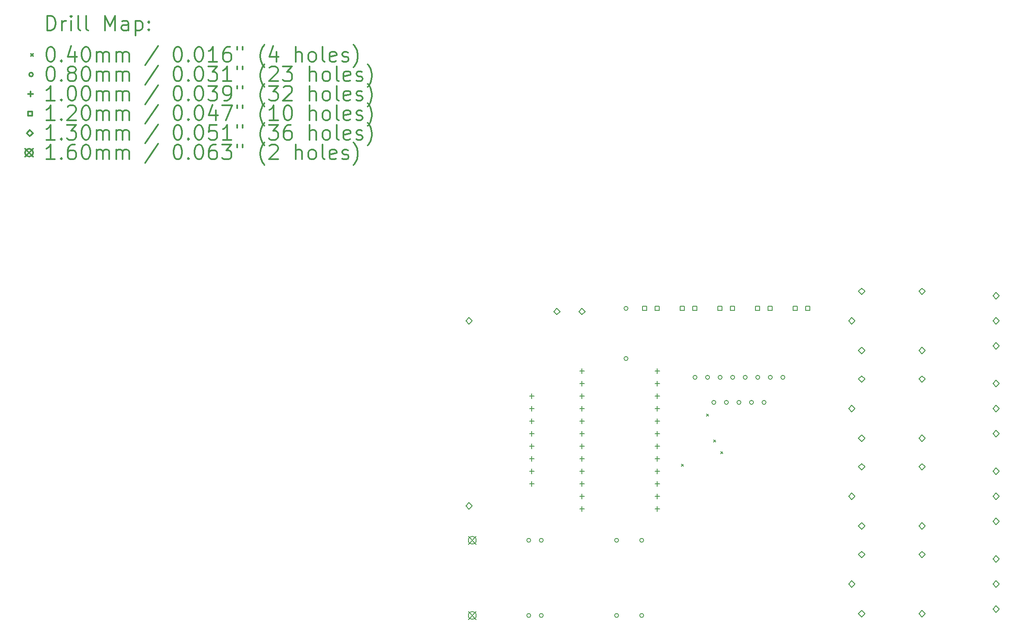
<source format=gbr>
%FSLAX45Y45*%
G04 Gerber Fmt 4.5, Leading zero omitted, Abs format (unit mm)*
G04 Created by KiCad (PCBNEW 5.1.4+dfsg1-1) date 2019-12-07 14:51:20*
%MOMM*%
%LPD*%
G04 APERTURE LIST*
%ADD10C,0.200000*%
%ADD11C,0.300000*%
G04 APERTURE END LIST*
D10*
X13124500Y-9251000D02*
X13164500Y-9291000D01*
X13164500Y-9251000D02*
X13124500Y-9291000D01*
X13632500Y-8235000D02*
X13672500Y-8275000D01*
X13672500Y-8235000D02*
X13632500Y-8275000D01*
X13778805Y-8762305D02*
X13818805Y-8802305D01*
X13818805Y-8762305D02*
X13778805Y-8802305D01*
X13921000Y-8997000D02*
X13961000Y-9037000D01*
X13961000Y-8997000D02*
X13921000Y-9037000D01*
X10073000Y-10795000D02*
G75*
G03X10073000Y-10795000I-40000J0D01*
G01*
X10073000Y-12319000D02*
G75*
G03X10073000Y-12319000I-40000J0D01*
G01*
X10327000Y-10795000D02*
G75*
G03X10327000Y-10795000I-40000J0D01*
G01*
X10327000Y-12319000D02*
G75*
G03X10327000Y-12319000I-40000J0D01*
G01*
X11851000Y-10795000D02*
G75*
G03X11851000Y-10795000I-40000J0D01*
G01*
X11851000Y-12319000D02*
G75*
G03X11851000Y-12319000I-40000J0D01*
G01*
X12359000Y-10795000D02*
G75*
G03X12359000Y-10795000I-40000J0D01*
G01*
X12359000Y-12319000D02*
G75*
G03X12359000Y-12319000I-40000J0D01*
G01*
X13438500Y-7493000D02*
G75*
G03X13438500Y-7493000I-40000J0D01*
G01*
X13692500Y-7493000D02*
G75*
G03X13692500Y-7493000I-40000J0D01*
G01*
X13946500Y-7493000D02*
G75*
G03X13946500Y-7493000I-40000J0D01*
G01*
X14200500Y-7493000D02*
G75*
G03X14200500Y-7493000I-40000J0D01*
G01*
X14454500Y-7493000D02*
G75*
G03X14454500Y-7493000I-40000J0D01*
G01*
X14708500Y-7493000D02*
G75*
G03X14708500Y-7493000I-40000J0D01*
G01*
X14962500Y-7493000D02*
G75*
G03X14962500Y-7493000I-40000J0D01*
G01*
X15216500Y-7493000D02*
G75*
G03X15216500Y-7493000I-40000J0D01*
G01*
X13819500Y-8001000D02*
G75*
G03X13819500Y-8001000I-40000J0D01*
G01*
X14073500Y-8001000D02*
G75*
G03X14073500Y-8001000I-40000J0D01*
G01*
X14327500Y-8001000D02*
G75*
G03X14327500Y-8001000I-40000J0D01*
G01*
X14581500Y-8001000D02*
G75*
G03X14581500Y-8001000I-40000J0D01*
G01*
X14835500Y-8001000D02*
G75*
G03X14835500Y-8001000I-40000J0D01*
G01*
X12041500Y-6096000D02*
G75*
G03X12041500Y-6096000I-40000J0D01*
G01*
X12041500Y-7112000D02*
G75*
G03X12041500Y-7112000I-40000J0D01*
G01*
X11112500Y-7316000D02*
X11112500Y-7416000D01*
X11062500Y-7366000D02*
X11162500Y-7366000D01*
X11112500Y-7570000D02*
X11112500Y-7670000D01*
X11062500Y-7620000D02*
X11162500Y-7620000D01*
X11112500Y-7824000D02*
X11112500Y-7924000D01*
X11062500Y-7874000D02*
X11162500Y-7874000D01*
X11112500Y-8078000D02*
X11112500Y-8178000D01*
X11062500Y-8128000D02*
X11162500Y-8128000D01*
X11112500Y-8332000D02*
X11112500Y-8432000D01*
X11062500Y-8382000D02*
X11162500Y-8382000D01*
X11112500Y-8586000D02*
X11112500Y-8686000D01*
X11062500Y-8636000D02*
X11162500Y-8636000D01*
X11112500Y-8840000D02*
X11112500Y-8940000D01*
X11062500Y-8890000D02*
X11162500Y-8890000D01*
X11112500Y-9094000D02*
X11112500Y-9194000D01*
X11062500Y-9144000D02*
X11162500Y-9144000D01*
X11112500Y-9348000D02*
X11112500Y-9448000D01*
X11062500Y-9398000D02*
X11162500Y-9398000D01*
X11112500Y-9602000D02*
X11112500Y-9702000D01*
X11062500Y-9652000D02*
X11162500Y-9652000D01*
X11112500Y-9856000D02*
X11112500Y-9956000D01*
X11062500Y-9906000D02*
X11162500Y-9906000D01*
X11112500Y-10110000D02*
X11112500Y-10210000D01*
X11062500Y-10160000D02*
X11162500Y-10160000D01*
X12636500Y-7316000D02*
X12636500Y-7416000D01*
X12586500Y-7366000D02*
X12686500Y-7366000D01*
X12636500Y-7570000D02*
X12636500Y-7670000D01*
X12586500Y-7620000D02*
X12686500Y-7620000D01*
X12636500Y-7824000D02*
X12636500Y-7924000D01*
X12586500Y-7874000D02*
X12686500Y-7874000D01*
X12636500Y-8078000D02*
X12636500Y-8178000D01*
X12586500Y-8128000D02*
X12686500Y-8128000D01*
X12636500Y-8332000D02*
X12636500Y-8432000D01*
X12586500Y-8382000D02*
X12686500Y-8382000D01*
X12636500Y-8586000D02*
X12636500Y-8686000D01*
X12586500Y-8636000D02*
X12686500Y-8636000D01*
X12636500Y-8840000D02*
X12636500Y-8940000D01*
X12586500Y-8890000D02*
X12686500Y-8890000D01*
X12636500Y-9094000D02*
X12636500Y-9194000D01*
X12586500Y-9144000D02*
X12686500Y-9144000D01*
X12636500Y-9348000D02*
X12636500Y-9448000D01*
X12586500Y-9398000D02*
X12686500Y-9398000D01*
X12636500Y-9602000D02*
X12636500Y-9702000D01*
X12586500Y-9652000D02*
X12686500Y-9652000D01*
X12636500Y-9856000D02*
X12636500Y-9956000D01*
X12586500Y-9906000D02*
X12686500Y-9906000D01*
X12636500Y-10110000D02*
X12636500Y-10210000D01*
X12586500Y-10160000D02*
X12686500Y-10160000D01*
X10096500Y-7824000D02*
X10096500Y-7924000D01*
X10046500Y-7874000D02*
X10146500Y-7874000D01*
X10096500Y-8078000D02*
X10096500Y-8178000D01*
X10046500Y-8128000D02*
X10146500Y-8128000D01*
X10096500Y-8332000D02*
X10096500Y-8432000D01*
X10046500Y-8382000D02*
X10146500Y-8382000D01*
X10096500Y-8586000D02*
X10096500Y-8686000D01*
X10046500Y-8636000D02*
X10146500Y-8636000D01*
X10096500Y-8840000D02*
X10096500Y-8940000D01*
X10046500Y-8890000D02*
X10146500Y-8890000D01*
X10096500Y-9094000D02*
X10096500Y-9194000D01*
X10046500Y-9144000D02*
X10146500Y-9144000D01*
X10096500Y-9348000D02*
X10096500Y-9448000D01*
X10046500Y-9398000D02*
X10146500Y-9398000D01*
X10096500Y-9602000D02*
X10096500Y-9702000D01*
X10046500Y-9652000D02*
X10146500Y-9652000D01*
X13186927Y-6138427D02*
X13186927Y-6053573D01*
X13102073Y-6053573D01*
X13102073Y-6138427D01*
X13186927Y-6138427D01*
X13440927Y-6138427D02*
X13440927Y-6053573D01*
X13356073Y-6053573D01*
X13356073Y-6138427D01*
X13440927Y-6138427D01*
X15472927Y-6138427D02*
X15472927Y-6053573D01*
X15388073Y-6053573D01*
X15388073Y-6138427D01*
X15472927Y-6138427D01*
X15726927Y-6138427D02*
X15726927Y-6053573D01*
X15642073Y-6053573D01*
X15642073Y-6138427D01*
X15726927Y-6138427D01*
X12424927Y-6138427D02*
X12424927Y-6053573D01*
X12340073Y-6053573D01*
X12340073Y-6138427D01*
X12424927Y-6138427D01*
X12678927Y-6138427D02*
X12678927Y-6053573D01*
X12594073Y-6053573D01*
X12594073Y-6138427D01*
X12678927Y-6138427D01*
X13948927Y-6138427D02*
X13948927Y-6053573D01*
X13864073Y-6053573D01*
X13864073Y-6138427D01*
X13948927Y-6138427D01*
X14202927Y-6138427D02*
X14202927Y-6053573D01*
X14118073Y-6053573D01*
X14118073Y-6138427D01*
X14202927Y-6138427D01*
X14710927Y-6138427D02*
X14710927Y-6053573D01*
X14626073Y-6053573D01*
X14626073Y-6138427D01*
X14710927Y-6138427D01*
X14964927Y-6138427D02*
X14964927Y-6053573D01*
X14880073Y-6053573D01*
X14880073Y-6138427D01*
X14964927Y-6138427D01*
X16573500Y-11749000D02*
X16638500Y-11684000D01*
X16573500Y-11619000D01*
X16508500Y-11684000D01*
X16573500Y-11749000D01*
X16773500Y-11149000D02*
X16838500Y-11084000D01*
X16773500Y-11019000D01*
X16708500Y-11084000D01*
X16773500Y-11149000D01*
X16773500Y-12349000D02*
X16838500Y-12284000D01*
X16773500Y-12219000D01*
X16708500Y-12284000D01*
X16773500Y-12349000D01*
X17993500Y-11149000D02*
X18058500Y-11084000D01*
X17993500Y-11019000D01*
X17928500Y-11084000D01*
X17993500Y-11149000D01*
X17993500Y-12349000D02*
X18058500Y-12284000D01*
X17993500Y-12219000D01*
X17928500Y-12284000D01*
X17993500Y-12349000D01*
X19494500Y-5907000D02*
X19559500Y-5842000D01*
X19494500Y-5777000D01*
X19429500Y-5842000D01*
X19494500Y-5907000D01*
X19494500Y-6415000D02*
X19559500Y-6350000D01*
X19494500Y-6285000D01*
X19429500Y-6350000D01*
X19494500Y-6415000D01*
X19494500Y-6923000D02*
X19559500Y-6858000D01*
X19494500Y-6793000D01*
X19429500Y-6858000D01*
X19494500Y-6923000D01*
X16573500Y-9971000D02*
X16638500Y-9906000D01*
X16573500Y-9841000D01*
X16508500Y-9906000D01*
X16573500Y-9971000D01*
X16773500Y-9371000D02*
X16838500Y-9306000D01*
X16773500Y-9241000D01*
X16708500Y-9306000D01*
X16773500Y-9371000D01*
X16773500Y-10571000D02*
X16838500Y-10506000D01*
X16773500Y-10441000D01*
X16708500Y-10506000D01*
X16773500Y-10571000D01*
X17993500Y-9371000D02*
X18058500Y-9306000D01*
X17993500Y-9241000D01*
X17928500Y-9306000D01*
X17993500Y-9371000D01*
X17993500Y-10571000D02*
X18058500Y-10506000D01*
X17993500Y-10441000D01*
X17928500Y-10506000D01*
X17993500Y-10571000D01*
X19494500Y-11241000D02*
X19559500Y-11176000D01*
X19494500Y-11111000D01*
X19429500Y-11176000D01*
X19494500Y-11241000D01*
X19494500Y-11749000D02*
X19559500Y-11684000D01*
X19494500Y-11619000D01*
X19429500Y-11684000D01*
X19494500Y-11749000D01*
X19494500Y-12257000D02*
X19559500Y-12192000D01*
X19494500Y-12127000D01*
X19429500Y-12192000D01*
X19494500Y-12257000D01*
X16573500Y-8193000D02*
X16638500Y-8128000D01*
X16573500Y-8063000D01*
X16508500Y-8128000D01*
X16573500Y-8193000D01*
X16773500Y-7593000D02*
X16838500Y-7528000D01*
X16773500Y-7463000D01*
X16708500Y-7528000D01*
X16773500Y-7593000D01*
X16773500Y-8793000D02*
X16838500Y-8728000D01*
X16773500Y-8663000D01*
X16708500Y-8728000D01*
X16773500Y-8793000D01*
X17993500Y-7593000D02*
X18058500Y-7528000D01*
X17993500Y-7463000D01*
X17928500Y-7528000D01*
X17993500Y-7593000D01*
X17993500Y-8793000D02*
X18058500Y-8728000D01*
X17993500Y-8663000D01*
X17928500Y-8728000D01*
X17993500Y-8793000D01*
X16573500Y-6415000D02*
X16638500Y-6350000D01*
X16573500Y-6285000D01*
X16508500Y-6350000D01*
X16573500Y-6415000D01*
X16773500Y-5815000D02*
X16838500Y-5750000D01*
X16773500Y-5685000D01*
X16708500Y-5750000D01*
X16773500Y-5815000D01*
X16773500Y-7015000D02*
X16838500Y-6950000D01*
X16773500Y-6885000D01*
X16708500Y-6950000D01*
X16773500Y-7015000D01*
X17993500Y-5815000D02*
X18058500Y-5750000D01*
X17993500Y-5685000D01*
X17928500Y-5750000D01*
X17993500Y-5815000D01*
X17993500Y-7015000D02*
X18058500Y-6950000D01*
X17993500Y-6885000D01*
X17928500Y-6950000D01*
X17993500Y-7015000D01*
X10604500Y-6224500D02*
X10669500Y-6159500D01*
X10604500Y-6094500D01*
X10539500Y-6159500D01*
X10604500Y-6224500D01*
X11112500Y-6224500D02*
X11177500Y-6159500D01*
X11112500Y-6094500D01*
X11047500Y-6159500D01*
X11112500Y-6224500D01*
X8826500Y-6415000D02*
X8891500Y-6350000D01*
X8826500Y-6285000D01*
X8761500Y-6350000D01*
X8826500Y-6415000D01*
X8826500Y-10165000D02*
X8891500Y-10100000D01*
X8826500Y-10035000D01*
X8761500Y-10100000D01*
X8826500Y-10165000D01*
X19494500Y-7685000D02*
X19559500Y-7620000D01*
X19494500Y-7555000D01*
X19429500Y-7620000D01*
X19494500Y-7685000D01*
X19494500Y-8193000D02*
X19559500Y-8128000D01*
X19494500Y-8063000D01*
X19429500Y-8128000D01*
X19494500Y-8193000D01*
X19494500Y-8701000D02*
X19559500Y-8636000D01*
X19494500Y-8571000D01*
X19429500Y-8636000D01*
X19494500Y-8701000D01*
X19494500Y-9463000D02*
X19559500Y-9398000D01*
X19494500Y-9333000D01*
X19429500Y-9398000D01*
X19494500Y-9463000D01*
X19494500Y-9971000D02*
X19559500Y-9906000D01*
X19494500Y-9841000D01*
X19429500Y-9906000D01*
X19494500Y-9971000D01*
X19494500Y-10479000D02*
X19559500Y-10414000D01*
X19494500Y-10349000D01*
X19429500Y-10414000D01*
X19494500Y-10479000D01*
X8810000Y-10715000D02*
X8970000Y-10875000D01*
X8970000Y-10715000D02*
X8810000Y-10875000D01*
X8970000Y-10795000D02*
G75*
G03X8970000Y-10795000I-80000J0D01*
G01*
X8810000Y-12239000D02*
X8970000Y-12399000D01*
X8970000Y-12239000D02*
X8810000Y-12399000D01*
X8970000Y-12319000D02*
G75*
G03X8970000Y-12319000I-80000J0D01*
G01*
D11*
X286429Y-465714D02*
X286429Y-165714D01*
X357857Y-165714D01*
X400714Y-180000D01*
X429286Y-208571D01*
X443571Y-237143D01*
X457857Y-294286D01*
X457857Y-337143D01*
X443571Y-394286D01*
X429286Y-422857D01*
X400714Y-451428D01*
X357857Y-465714D01*
X286429Y-465714D01*
X586429Y-465714D02*
X586429Y-265714D01*
X586429Y-322857D02*
X600714Y-294286D01*
X615000Y-280000D01*
X643571Y-265714D01*
X672143Y-265714D01*
X772143Y-465714D02*
X772143Y-265714D01*
X772143Y-165714D02*
X757857Y-180000D01*
X772143Y-194286D01*
X786428Y-180000D01*
X772143Y-165714D01*
X772143Y-194286D01*
X957857Y-465714D02*
X929286Y-451428D01*
X915000Y-422857D01*
X915000Y-165714D01*
X1115000Y-465714D02*
X1086429Y-451428D01*
X1072143Y-422857D01*
X1072143Y-165714D01*
X1457857Y-465714D02*
X1457857Y-165714D01*
X1557857Y-380000D01*
X1657857Y-165714D01*
X1657857Y-465714D01*
X1929286Y-465714D02*
X1929286Y-308571D01*
X1915000Y-280000D01*
X1886428Y-265714D01*
X1829286Y-265714D01*
X1800714Y-280000D01*
X1929286Y-451428D02*
X1900714Y-465714D01*
X1829286Y-465714D01*
X1800714Y-451428D01*
X1786428Y-422857D01*
X1786428Y-394286D01*
X1800714Y-365714D01*
X1829286Y-351428D01*
X1900714Y-351428D01*
X1929286Y-337143D01*
X2072143Y-265714D02*
X2072143Y-565714D01*
X2072143Y-280000D02*
X2100714Y-265714D01*
X2157857Y-265714D01*
X2186429Y-280000D01*
X2200714Y-294286D01*
X2215000Y-322857D01*
X2215000Y-408571D01*
X2200714Y-437143D01*
X2186429Y-451428D01*
X2157857Y-465714D01*
X2100714Y-465714D01*
X2072143Y-451428D01*
X2343571Y-437143D02*
X2357857Y-451428D01*
X2343571Y-465714D01*
X2329286Y-451428D01*
X2343571Y-437143D01*
X2343571Y-465714D01*
X2343571Y-280000D02*
X2357857Y-294286D01*
X2343571Y-308571D01*
X2329286Y-294286D01*
X2343571Y-280000D01*
X2343571Y-308571D01*
X-40000Y-940000D02*
X0Y-980000D01*
X0Y-940000D02*
X-40000Y-980000D01*
X343571Y-795714D02*
X372143Y-795714D01*
X400714Y-810000D01*
X415000Y-824286D01*
X429286Y-852857D01*
X443571Y-910000D01*
X443571Y-981428D01*
X429286Y-1038571D01*
X415000Y-1067143D01*
X400714Y-1081429D01*
X372143Y-1095714D01*
X343571Y-1095714D01*
X315000Y-1081429D01*
X300714Y-1067143D01*
X286429Y-1038571D01*
X272143Y-981428D01*
X272143Y-910000D01*
X286429Y-852857D01*
X300714Y-824286D01*
X315000Y-810000D01*
X343571Y-795714D01*
X572143Y-1067143D02*
X586429Y-1081429D01*
X572143Y-1095714D01*
X557857Y-1081429D01*
X572143Y-1067143D01*
X572143Y-1095714D01*
X843571Y-895714D02*
X843571Y-1095714D01*
X772143Y-781428D02*
X700714Y-995714D01*
X886428Y-995714D01*
X1057857Y-795714D02*
X1086429Y-795714D01*
X1115000Y-810000D01*
X1129286Y-824286D01*
X1143571Y-852857D01*
X1157857Y-910000D01*
X1157857Y-981428D01*
X1143571Y-1038571D01*
X1129286Y-1067143D01*
X1115000Y-1081429D01*
X1086429Y-1095714D01*
X1057857Y-1095714D01*
X1029286Y-1081429D01*
X1015000Y-1067143D01*
X1000714Y-1038571D01*
X986428Y-981428D01*
X986428Y-910000D01*
X1000714Y-852857D01*
X1015000Y-824286D01*
X1029286Y-810000D01*
X1057857Y-795714D01*
X1286429Y-1095714D02*
X1286429Y-895714D01*
X1286429Y-924286D02*
X1300714Y-910000D01*
X1329286Y-895714D01*
X1372143Y-895714D01*
X1400714Y-910000D01*
X1415000Y-938571D01*
X1415000Y-1095714D01*
X1415000Y-938571D02*
X1429286Y-910000D01*
X1457857Y-895714D01*
X1500714Y-895714D01*
X1529286Y-910000D01*
X1543571Y-938571D01*
X1543571Y-1095714D01*
X1686428Y-1095714D02*
X1686428Y-895714D01*
X1686428Y-924286D02*
X1700714Y-910000D01*
X1729286Y-895714D01*
X1772143Y-895714D01*
X1800714Y-910000D01*
X1815000Y-938571D01*
X1815000Y-1095714D01*
X1815000Y-938571D02*
X1829286Y-910000D01*
X1857857Y-895714D01*
X1900714Y-895714D01*
X1929286Y-910000D01*
X1943571Y-938571D01*
X1943571Y-1095714D01*
X2529286Y-781428D02*
X2272143Y-1167143D01*
X2915000Y-795714D02*
X2943571Y-795714D01*
X2972143Y-810000D01*
X2986428Y-824286D01*
X3000714Y-852857D01*
X3015000Y-910000D01*
X3015000Y-981428D01*
X3000714Y-1038571D01*
X2986428Y-1067143D01*
X2972143Y-1081429D01*
X2943571Y-1095714D01*
X2915000Y-1095714D01*
X2886428Y-1081429D01*
X2872143Y-1067143D01*
X2857857Y-1038571D01*
X2843571Y-981428D01*
X2843571Y-910000D01*
X2857857Y-852857D01*
X2872143Y-824286D01*
X2886428Y-810000D01*
X2915000Y-795714D01*
X3143571Y-1067143D02*
X3157857Y-1081429D01*
X3143571Y-1095714D01*
X3129286Y-1081429D01*
X3143571Y-1067143D01*
X3143571Y-1095714D01*
X3343571Y-795714D02*
X3372143Y-795714D01*
X3400714Y-810000D01*
X3415000Y-824286D01*
X3429286Y-852857D01*
X3443571Y-910000D01*
X3443571Y-981428D01*
X3429286Y-1038571D01*
X3415000Y-1067143D01*
X3400714Y-1081429D01*
X3372143Y-1095714D01*
X3343571Y-1095714D01*
X3315000Y-1081429D01*
X3300714Y-1067143D01*
X3286428Y-1038571D01*
X3272143Y-981428D01*
X3272143Y-910000D01*
X3286428Y-852857D01*
X3300714Y-824286D01*
X3315000Y-810000D01*
X3343571Y-795714D01*
X3729286Y-1095714D02*
X3557857Y-1095714D01*
X3643571Y-1095714D02*
X3643571Y-795714D01*
X3615000Y-838571D01*
X3586428Y-867143D01*
X3557857Y-881428D01*
X3986428Y-795714D02*
X3929286Y-795714D01*
X3900714Y-810000D01*
X3886428Y-824286D01*
X3857857Y-867143D01*
X3843571Y-924286D01*
X3843571Y-1038571D01*
X3857857Y-1067143D01*
X3872143Y-1081429D01*
X3900714Y-1095714D01*
X3957857Y-1095714D01*
X3986428Y-1081429D01*
X4000714Y-1067143D01*
X4015000Y-1038571D01*
X4015000Y-967143D01*
X4000714Y-938571D01*
X3986428Y-924286D01*
X3957857Y-910000D01*
X3900714Y-910000D01*
X3872143Y-924286D01*
X3857857Y-938571D01*
X3843571Y-967143D01*
X4129286Y-795714D02*
X4129286Y-852857D01*
X4243571Y-795714D02*
X4243571Y-852857D01*
X4686429Y-1210000D02*
X4672143Y-1195714D01*
X4643571Y-1152857D01*
X4629286Y-1124286D01*
X4615000Y-1081429D01*
X4600714Y-1010000D01*
X4600714Y-952857D01*
X4615000Y-881428D01*
X4629286Y-838571D01*
X4643571Y-810000D01*
X4672143Y-767143D01*
X4686429Y-752857D01*
X4929286Y-895714D02*
X4929286Y-1095714D01*
X4857857Y-781428D02*
X4786429Y-995714D01*
X4972143Y-995714D01*
X5315000Y-1095714D02*
X5315000Y-795714D01*
X5443571Y-1095714D02*
X5443571Y-938571D01*
X5429286Y-910000D01*
X5400714Y-895714D01*
X5357857Y-895714D01*
X5329286Y-910000D01*
X5315000Y-924286D01*
X5629286Y-1095714D02*
X5600714Y-1081429D01*
X5586429Y-1067143D01*
X5572143Y-1038571D01*
X5572143Y-952857D01*
X5586429Y-924286D01*
X5600714Y-910000D01*
X5629286Y-895714D01*
X5672143Y-895714D01*
X5700714Y-910000D01*
X5715000Y-924286D01*
X5729286Y-952857D01*
X5729286Y-1038571D01*
X5715000Y-1067143D01*
X5700714Y-1081429D01*
X5672143Y-1095714D01*
X5629286Y-1095714D01*
X5900714Y-1095714D02*
X5872143Y-1081429D01*
X5857857Y-1052857D01*
X5857857Y-795714D01*
X6129286Y-1081429D02*
X6100714Y-1095714D01*
X6043571Y-1095714D01*
X6015000Y-1081429D01*
X6000714Y-1052857D01*
X6000714Y-938571D01*
X6015000Y-910000D01*
X6043571Y-895714D01*
X6100714Y-895714D01*
X6129286Y-910000D01*
X6143571Y-938571D01*
X6143571Y-967143D01*
X6000714Y-995714D01*
X6257857Y-1081429D02*
X6286428Y-1095714D01*
X6343571Y-1095714D01*
X6372143Y-1081429D01*
X6386428Y-1052857D01*
X6386428Y-1038571D01*
X6372143Y-1010000D01*
X6343571Y-995714D01*
X6300714Y-995714D01*
X6272143Y-981428D01*
X6257857Y-952857D01*
X6257857Y-938571D01*
X6272143Y-910000D01*
X6300714Y-895714D01*
X6343571Y-895714D01*
X6372143Y-910000D01*
X6486428Y-1210000D02*
X6500714Y-1195714D01*
X6529286Y-1152857D01*
X6543571Y-1124286D01*
X6557857Y-1081429D01*
X6572143Y-1010000D01*
X6572143Y-952857D01*
X6557857Y-881428D01*
X6543571Y-838571D01*
X6529286Y-810000D01*
X6500714Y-767143D01*
X6486428Y-752857D01*
X0Y-1356000D02*
G75*
G03X0Y-1356000I-40000J0D01*
G01*
X343571Y-1191714D02*
X372143Y-1191714D01*
X400714Y-1206000D01*
X415000Y-1220286D01*
X429286Y-1248857D01*
X443571Y-1306000D01*
X443571Y-1377429D01*
X429286Y-1434571D01*
X415000Y-1463143D01*
X400714Y-1477428D01*
X372143Y-1491714D01*
X343571Y-1491714D01*
X315000Y-1477428D01*
X300714Y-1463143D01*
X286429Y-1434571D01*
X272143Y-1377429D01*
X272143Y-1306000D01*
X286429Y-1248857D01*
X300714Y-1220286D01*
X315000Y-1206000D01*
X343571Y-1191714D01*
X572143Y-1463143D02*
X586429Y-1477428D01*
X572143Y-1491714D01*
X557857Y-1477428D01*
X572143Y-1463143D01*
X572143Y-1491714D01*
X757857Y-1320286D02*
X729286Y-1306000D01*
X715000Y-1291714D01*
X700714Y-1263143D01*
X700714Y-1248857D01*
X715000Y-1220286D01*
X729286Y-1206000D01*
X757857Y-1191714D01*
X815000Y-1191714D01*
X843571Y-1206000D01*
X857857Y-1220286D01*
X872143Y-1248857D01*
X872143Y-1263143D01*
X857857Y-1291714D01*
X843571Y-1306000D01*
X815000Y-1320286D01*
X757857Y-1320286D01*
X729286Y-1334571D01*
X715000Y-1348857D01*
X700714Y-1377429D01*
X700714Y-1434571D01*
X715000Y-1463143D01*
X729286Y-1477428D01*
X757857Y-1491714D01*
X815000Y-1491714D01*
X843571Y-1477428D01*
X857857Y-1463143D01*
X872143Y-1434571D01*
X872143Y-1377429D01*
X857857Y-1348857D01*
X843571Y-1334571D01*
X815000Y-1320286D01*
X1057857Y-1191714D02*
X1086429Y-1191714D01*
X1115000Y-1206000D01*
X1129286Y-1220286D01*
X1143571Y-1248857D01*
X1157857Y-1306000D01*
X1157857Y-1377429D01*
X1143571Y-1434571D01*
X1129286Y-1463143D01*
X1115000Y-1477428D01*
X1086429Y-1491714D01*
X1057857Y-1491714D01*
X1029286Y-1477428D01*
X1015000Y-1463143D01*
X1000714Y-1434571D01*
X986428Y-1377429D01*
X986428Y-1306000D01*
X1000714Y-1248857D01*
X1015000Y-1220286D01*
X1029286Y-1206000D01*
X1057857Y-1191714D01*
X1286429Y-1491714D02*
X1286429Y-1291714D01*
X1286429Y-1320286D02*
X1300714Y-1306000D01*
X1329286Y-1291714D01*
X1372143Y-1291714D01*
X1400714Y-1306000D01*
X1415000Y-1334571D01*
X1415000Y-1491714D01*
X1415000Y-1334571D02*
X1429286Y-1306000D01*
X1457857Y-1291714D01*
X1500714Y-1291714D01*
X1529286Y-1306000D01*
X1543571Y-1334571D01*
X1543571Y-1491714D01*
X1686428Y-1491714D02*
X1686428Y-1291714D01*
X1686428Y-1320286D02*
X1700714Y-1306000D01*
X1729286Y-1291714D01*
X1772143Y-1291714D01*
X1800714Y-1306000D01*
X1815000Y-1334571D01*
X1815000Y-1491714D01*
X1815000Y-1334571D02*
X1829286Y-1306000D01*
X1857857Y-1291714D01*
X1900714Y-1291714D01*
X1929286Y-1306000D01*
X1943571Y-1334571D01*
X1943571Y-1491714D01*
X2529286Y-1177429D02*
X2272143Y-1563143D01*
X2915000Y-1191714D02*
X2943571Y-1191714D01*
X2972143Y-1206000D01*
X2986428Y-1220286D01*
X3000714Y-1248857D01*
X3015000Y-1306000D01*
X3015000Y-1377429D01*
X3000714Y-1434571D01*
X2986428Y-1463143D01*
X2972143Y-1477428D01*
X2943571Y-1491714D01*
X2915000Y-1491714D01*
X2886428Y-1477428D01*
X2872143Y-1463143D01*
X2857857Y-1434571D01*
X2843571Y-1377429D01*
X2843571Y-1306000D01*
X2857857Y-1248857D01*
X2872143Y-1220286D01*
X2886428Y-1206000D01*
X2915000Y-1191714D01*
X3143571Y-1463143D02*
X3157857Y-1477428D01*
X3143571Y-1491714D01*
X3129286Y-1477428D01*
X3143571Y-1463143D01*
X3143571Y-1491714D01*
X3343571Y-1191714D02*
X3372143Y-1191714D01*
X3400714Y-1206000D01*
X3415000Y-1220286D01*
X3429286Y-1248857D01*
X3443571Y-1306000D01*
X3443571Y-1377429D01*
X3429286Y-1434571D01*
X3415000Y-1463143D01*
X3400714Y-1477428D01*
X3372143Y-1491714D01*
X3343571Y-1491714D01*
X3315000Y-1477428D01*
X3300714Y-1463143D01*
X3286428Y-1434571D01*
X3272143Y-1377429D01*
X3272143Y-1306000D01*
X3286428Y-1248857D01*
X3300714Y-1220286D01*
X3315000Y-1206000D01*
X3343571Y-1191714D01*
X3543571Y-1191714D02*
X3729286Y-1191714D01*
X3629286Y-1306000D01*
X3672143Y-1306000D01*
X3700714Y-1320286D01*
X3715000Y-1334571D01*
X3729286Y-1363143D01*
X3729286Y-1434571D01*
X3715000Y-1463143D01*
X3700714Y-1477428D01*
X3672143Y-1491714D01*
X3586428Y-1491714D01*
X3557857Y-1477428D01*
X3543571Y-1463143D01*
X4015000Y-1491714D02*
X3843571Y-1491714D01*
X3929286Y-1491714D02*
X3929286Y-1191714D01*
X3900714Y-1234571D01*
X3872143Y-1263143D01*
X3843571Y-1277429D01*
X4129286Y-1191714D02*
X4129286Y-1248857D01*
X4243571Y-1191714D02*
X4243571Y-1248857D01*
X4686429Y-1606000D02*
X4672143Y-1591714D01*
X4643571Y-1548857D01*
X4629286Y-1520286D01*
X4615000Y-1477428D01*
X4600714Y-1406000D01*
X4600714Y-1348857D01*
X4615000Y-1277429D01*
X4629286Y-1234571D01*
X4643571Y-1206000D01*
X4672143Y-1163143D01*
X4686429Y-1148857D01*
X4786429Y-1220286D02*
X4800714Y-1206000D01*
X4829286Y-1191714D01*
X4900714Y-1191714D01*
X4929286Y-1206000D01*
X4943571Y-1220286D01*
X4957857Y-1248857D01*
X4957857Y-1277429D01*
X4943571Y-1320286D01*
X4772143Y-1491714D01*
X4957857Y-1491714D01*
X5057857Y-1191714D02*
X5243571Y-1191714D01*
X5143571Y-1306000D01*
X5186429Y-1306000D01*
X5215000Y-1320286D01*
X5229286Y-1334571D01*
X5243571Y-1363143D01*
X5243571Y-1434571D01*
X5229286Y-1463143D01*
X5215000Y-1477428D01*
X5186429Y-1491714D01*
X5100714Y-1491714D01*
X5072143Y-1477428D01*
X5057857Y-1463143D01*
X5600714Y-1491714D02*
X5600714Y-1191714D01*
X5729286Y-1491714D02*
X5729286Y-1334571D01*
X5715000Y-1306000D01*
X5686428Y-1291714D01*
X5643571Y-1291714D01*
X5615000Y-1306000D01*
X5600714Y-1320286D01*
X5915000Y-1491714D02*
X5886428Y-1477428D01*
X5872143Y-1463143D01*
X5857857Y-1434571D01*
X5857857Y-1348857D01*
X5872143Y-1320286D01*
X5886428Y-1306000D01*
X5915000Y-1291714D01*
X5957857Y-1291714D01*
X5986428Y-1306000D01*
X6000714Y-1320286D01*
X6015000Y-1348857D01*
X6015000Y-1434571D01*
X6000714Y-1463143D01*
X5986428Y-1477428D01*
X5957857Y-1491714D01*
X5915000Y-1491714D01*
X6186428Y-1491714D02*
X6157857Y-1477428D01*
X6143571Y-1448857D01*
X6143571Y-1191714D01*
X6415000Y-1477428D02*
X6386428Y-1491714D01*
X6329286Y-1491714D01*
X6300714Y-1477428D01*
X6286428Y-1448857D01*
X6286428Y-1334571D01*
X6300714Y-1306000D01*
X6329286Y-1291714D01*
X6386428Y-1291714D01*
X6415000Y-1306000D01*
X6429286Y-1334571D01*
X6429286Y-1363143D01*
X6286428Y-1391714D01*
X6543571Y-1477428D02*
X6572143Y-1491714D01*
X6629286Y-1491714D01*
X6657857Y-1477428D01*
X6672143Y-1448857D01*
X6672143Y-1434571D01*
X6657857Y-1406000D01*
X6629286Y-1391714D01*
X6586428Y-1391714D01*
X6557857Y-1377429D01*
X6543571Y-1348857D01*
X6543571Y-1334571D01*
X6557857Y-1306000D01*
X6586428Y-1291714D01*
X6629286Y-1291714D01*
X6657857Y-1306000D01*
X6772143Y-1606000D02*
X6786428Y-1591714D01*
X6815000Y-1548857D01*
X6829286Y-1520286D01*
X6843571Y-1477428D01*
X6857857Y-1406000D01*
X6857857Y-1348857D01*
X6843571Y-1277429D01*
X6829286Y-1234571D01*
X6815000Y-1206000D01*
X6786428Y-1163143D01*
X6772143Y-1148857D01*
X-50000Y-1702000D02*
X-50000Y-1802000D01*
X-100000Y-1752000D02*
X0Y-1752000D01*
X443571Y-1887714D02*
X272143Y-1887714D01*
X357857Y-1887714D02*
X357857Y-1587714D01*
X329286Y-1630571D01*
X300714Y-1659143D01*
X272143Y-1673428D01*
X572143Y-1859143D02*
X586429Y-1873428D01*
X572143Y-1887714D01*
X557857Y-1873428D01*
X572143Y-1859143D01*
X572143Y-1887714D01*
X772143Y-1587714D02*
X800714Y-1587714D01*
X829286Y-1602000D01*
X843571Y-1616286D01*
X857857Y-1644857D01*
X872143Y-1702000D01*
X872143Y-1773428D01*
X857857Y-1830571D01*
X843571Y-1859143D01*
X829286Y-1873428D01*
X800714Y-1887714D01*
X772143Y-1887714D01*
X743571Y-1873428D01*
X729286Y-1859143D01*
X715000Y-1830571D01*
X700714Y-1773428D01*
X700714Y-1702000D01*
X715000Y-1644857D01*
X729286Y-1616286D01*
X743571Y-1602000D01*
X772143Y-1587714D01*
X1057857Y-1587714D02*
X1086429Y-1587714D01*
X1115000Y-1602000D01*
X1129286Y-1616286D01*
X1143571Y-1644857D01*
X1157857Y-1702000D01*
X1157857Y-1773428D01*
X1143571Y-1830571D01*
X1129286Y-1859143D01*
X1115000Y-1873428D01*
X1086429Y-1887714D01*
X1057857Y-1887714D01*
X1029286Y-1873428D01*
X1015000Y-1859143D01*
X1000714Y-1830571D01*
X986428Y-1773428D01*
X986428Y-1702000D01*
X1000714Y-1644857D01*
X1015000Y-1616286D01*
X1029286Y-1602000D01*
X1057857Y-1587714D01*
X1286429Y-1887714D02*
X1286429Y-1687714D01*
X1286429Y-1716286D02*
X1300714Y-1702000D01*
X1329286Y-1687714D01*
X1372143Y-1687714D01*
X1400714Y-1702000D01*
X1415000Y-1730571D01*
X1415000Y-1887714D01*
X1415000Y-1730571D02*
X1429286Y-1702000D01*
X1457857Y-1687714D01*
X1500714Y-1687714D01*
X1529286Y-1702000D01*
X1543571Y-1730571D01*
X1543571Y-1887714D01*
X1686428Y-1887714D02*
X1686428Y-1687714D01*
X1686428Y-1716286D02*
X1700714Y-1702000D01*
X1729286Y-1687714D01*
X1772143Y-1687714D01*
X1800714Y-1702000D01*
X1815000Y-1730571D01*
X1815000Y-1887714D01*
X1815000Y-1730571D02*
X1829286Y-1702000D01*
X1857857Y-1687714D01*
X1900714Y-1687714D01*
X1929286Y-1702000D01*
X1943571Y-1730571D01*
X1943571Y-1887714D01*
X2529286Y-1573428D02*
X2272143Y-1959143D01*
X2915000Y-1587714D02*
X2943571Y-1587714D01*
X2972143Y-1602000D01*
X2986428Y-1616286D01*
X3000714Y-1644857D01*
X3015000Y-1702000D01*
X3015000Y-1773428D01*
X3000714Y-1830571D01*
X2986428Y-1859143D01*
X2972143Y-1873428D01*
X2943571Y-1887714D01*
X2915000Y-1887714D01*
X2886428Y-1873428D01*
X2872143Y-1859143D01*
X2857857Y-1830571D01*
X2843571Y-1773428D01*
X2843571Y-1702000D01*
X2857857Y-1644857D01*
X2872143Y-1616286D01*
X2886428Y-1602000D01*
X2915000Y-1587714D01*
X3143571Y-1859143D02*
X3157857Y-1873428D01*
X3143571Y-1887714D01*
X3129286Y-1873428D01*
X3143571Y-1859143D01*
X3143571Y-1887714D01*
X3343571Y-1587714D02*
X3372143Y-1587714D01*
X3400714Y-1602000D01*
X3415000Y-1616286D01*
X3429286Y-1644857D01*
X3443571Y-1702000D01*
X3443571Y-1773428D01*
X3429286Y-1830571D01*
X3415000Y-1859143D01*
X3400714Y-1873428D01*
X3372143Y-1887714D01*
X3343571Y-1887714D01*
X3315000Y-1873428D01*
X3300714Y-1859143D01*
X3286428Y-1830571D01*
X3272143Y-1773428D01*
X3272143Y-1702000D01*
X3286428Y-1644857D01*
X3300714Y-1616286D01*
X3315000Y-1602000D01*
X3343571Y-1587714D01*
X3543571Y-1587714D02*
X3729286Y-1587714D01*
X3629286Y-1702000D01*
X3672143Y-1702000D01*
X3700714Y-1716286D01*
X3715000Y-1730571D01*
X3729286Y-1759143D01*
X3729286Y-1830571D01*
X3715000Y-1859143D01*
X3700714Y-1873428D01*
X3672143Y-1887714D01*
X3586428Y-1887714D01*
X3557857Y-1873428D01*
X3543571Y-1859143D01*
X3872143Y-1887714D02*
X3929286Y-1887714D01*
X3957857Y-1873428D01*
X3972143Y-1859143D01*
X4000714Y-1816286D01*
X4015000Y-1759143D01*
X4015000Y-1644857D01*
X4000714Y-1616286D01*
X3986428Y-1602000D01*
X3957857Y-1587714D01*
X3900714Y-1587714D01*
X3872143Y-1602000D01*
X3857857Y-1616286D01*
X3843571Y-1644857D01*
X3843571Y-1716286D01*
X3857857Y-1744857D01*
X3872143Y-1759143D01*
X3900714Y-1773428D01*
X3957857Y-1773428D01*
X3986428Y-1759143D01*
X4000714Y-1744857D01*
X4015000Y-1716286D01*
X4129286Y-1587714D02*
X4129286Y-1644857D01*
X4243571Y-1587714D02*
X4243571Y-1644857D01*
X4686429Y-2002000D02*
X4672143Y-1987714D01*
X4643571Y-1944857D01*
X4629286Y-1916286D01*
X4615000Y-1873428D01*
X4600714Y-1802000D01*
X4600714Y-1744857D01*
X4615000Y-1673428D01*
X4629286Y-1630571D01*
X4643571Y-1602000D01*
X4672143Y-1559143D01*
X4686429Y-1544857D01*
X4772143Y-1587714D02*
X4957857Y-1587714D01*
X4857857Y-1702000D01*
X4900714Y-1702000D01*
X4929286Y-1716286D01*
X4943571Y-1730571D01*
X4957857Y-1759143D01*
X4957857Y-1830571D01*
X4943571Y-1859143D01*
X4929286Y-1873428D01*
X4900714Y-1887714D01*
X4815000Y-1887714D01*
X4786429Y-1873428D01*
X4772143Y-1859143D01*
X5072143Y-1616286D02*
X5086429Y-1602000D01*
X5115000Y-1587714D01*
X5186429Y-1587714D01*
X5215000Y-1602000D01*
X5229286Y-1616286D01*
X5243571Y-1644857D01*
X5243571Y-1673428D01*
X5229286Y-1716286D01*
X5057857Y-1887714D01*
X5243571Y-1887714D01*
X5600714Y-1887714D02*
X5600714Y-1587714D01*
X5729286Y-1887714D02*
X5729286Y-1730571D01*
X5715000Y-1702000D01*
X5686428Y-1687714D01*
X5643571Y-1687714D01*
X5615000Y-1702000D01*
X5600714Y-1716286D01*
X5915000Y-1887714D02*
X5886428Y-1873428D01*
X5872143Y-1859143D01*
X5857857Y-1830571D01*
X5857857Y-1744857D01*
X5872143Y-1716286D01*
X5886428Y-1702000D01*
X5915000Y-1687714D01*
X5957857Y-1687714D01*
X5986428Y-1702000D01*
X6000714Y-1716286D01*
X6015000Y-1744857D01*
X6015000Y-1830571D01*
X6000714Y-1859143D01*
X5986428Y-1873428D01*
X5957857Y-1887714D01*
X5915000Y-1887714D01*
X6186428Y-1887714D02*
X6157857Y-1873428D01*
X6143571Y-1844857D01*
X6143571Y-1587714D01*
X6415000Y-1873428D02*
X6386428Y-1887714D01*
X6329286Y-1887714D01*
X6300714Y-1873428D01*
X6286428Y-1844857D01*
X6286428Y-1730571D01*
X6300714Y-1702000D01*
X6329286Y-1687714D01*
X6386428Y-1687714D01*
X6415000Y-1702000D01*
X6429286Y-1730571D01*
X6429286Y-1759143D01*
X6286428Y-1787714D01*
X6543571Y-1873428D02*
X6572143Y-1887714D01*
X6629286Y-1887714D01*
X6657857Y-1873428D01*
X6672143Y-1844857D01*
X6672143Y-1830571D01*
X6657857Y-1802000D01*
X6629286Y-1787714D01*
X6586428Y-1787714D01*
X6557857Y-1773428D01*
X6543571Y-1744857D01*
X6543571Y-1730571D01*
X6557857Y-1702000D01*
X6586428Y-1687714D01*
X6629286Y-1687714D01*
X6657857Y-1702000D01*
X6772143Y-2002000D02*
X6786428Y-1987714D01*
X6815000Y-1944857D01*
X6829286Y-1916286D01*
X6843571Y-1873428D01*
X6857857Y-1802000D01*
X6857857Y-1744857D01*
X6843571Y-1673428D01*
X6829286Y-1630571D01*
X6815000Y-1602000D01*
X6786428Y-1559143D01*
X6772143Y-1544857D01*
X-17573Y-2190427D02*
X-17573Y-2105573D01*
X-102427Y-2105573D01*
X-102427Y-2190427D01*
X-17573Y-2190427D01*
X443571Y-2283714D02*
X272143Y-2283714D01*
X357857Y-2283714D02*
X357857Y-1983714D01*
X329286Y-2026571D01*
X300714Y-2055143D01*
X272143Y-2069428D01*
X572143Y-2255143D02*
X586429Y-2269429D01*
X572143Y-2283714D01*
X557857Y-2269429D01*
X572143Y-2255143D01*
X572143Y-2283714D01*
X700714Y-2012286D02*
X715000Y-1998000D01*
X743571Y-1983714D01*
X815000Y-1983714D01*
X843571Y-1998000D01*
X857857Y-2012286D01*
X872143Y-2040857D01*
X872143Y-2069428D01*
X857857Y-2112286D01*
X686429Y-2283714D01*
X872143Y-2283714D01*
X1057857Y-1983714D02*
X1086429Y-1983714D01*
X1115000Y-1998000D01*
X1129286Y-2012286D01*
X1143571Y-2040857D01*
X1157857Y-2098000D01*
X1157857Y-2169429D01*
X1143571Y-2226571D01*
X1129286Y-2255143D01*
X1115000Y-2269429D01*
X1086429Y-2283714D01*
X1057857Y-2283714D01*
X1029286Y-2269429D01*
X1015000Y-2255143D01*
X1000714Y-2226571D01*
X986428Y-2169429D01*
X986428Y-2098000D01*
X1000714Y-2040857D01*
X1015000Y-2012286D01*
X1029286Y-1998000D01*
X1057857Y-1983714D01*
X1286429Y-2283714D02*
X1286429Y-2083714D01*
X1286429Y-2112286D02*
X1300714Y-2098000D01*
X1329286Y-2083714D01*
X1372143Y-2083714D01*
X1400714Y-2098000D01*
X1415000Y-2126571D01*
X1415000Y-2283714D01*
X1415000Y-2126571D02*
X1429286Y-2098000D01*
X1457857Y-2083714D01*
X1500714Y-2083714D01*
X1529286Y-2098000D01*
X1543571Y-2126571D01*
X1543571Y-2283714D01*
X1686428Y-2283714D02*
X1686428Y-2083714D01*
X1686428Y-2112286D02*
X1700714Y-2098000D01*
X1729286Y-2083714D01*
X1772143Y-2083714D01*
X1800714Y-2098000D01*
X1815000Y-2126571D01*
X1815000Y-2283714D01*
X1815000Y-2126571D02*
X1829286Y-2098000D01*
X1857857Y-2083714D01*
X1900714Y-2083714D01*
X1929286Y-2098000D01*
X1943571Y-2126571D01*
X1943571Y-2283714D01*
X2529286Y-1969428D02*
X2272143Y-2355143D01*
X2915000Y-1983714D02*
X2943571Y-1983714D01*
X2972143Y-1998000D01*
X2986428Y-2012286D01*
X3000714Y-2040857D01*
X3015000Y-2098000D01*
X3015000Y-2169429D01*
X3000714Y-2226571D01*
X2986428Y-2255143D01*
X2972143Y-2269429D01*
X2943571Y-2283714D01*
X2915000Y-2283714D01*
X2886428Y-2269429D01*
X2872143Y-2255143D01*
X2857857Y-2226571D01*
X2843571Y-2169429D01*
X2843571Y-2098000D01*
X2857857Y-2040857D01*
X2872143Y-2012286D01*
X2886428Y-1998000D01*
X2915000Y-1983714D01*
X3143571Y-2255143D02*
X3157857Y-2269429D01*
X3143571Y-2283714D01*
X3129286Y-2269429D01*
X3143571Y-2255143D01*
X3143571Y-2283714D01*
X3343571Y-1983714D02*
X3372143Y-1983714D01*
X3400714Y-1998000D01*
X3415000Y-2012286D01*
X3429286Y-2040857D01*
X3443571Y-2098000D01*
X3443571Y-2169429D01*
X3429286Y-2226571D01*
X3415000Y-2255143D01*
X3400714Y-2269429D01*
X3372143Y-2283714D01*
X3343571Y-2283714D01*
X3315000Y-2269429D01*
X3300714Y-2255143D01*
X3286428Y-2226571D01*
X3272143Y-2169429D01*
X3272143Y-2098000D01*
X3286428Y-2040857D01*
X3300714Y-2012286D01*
X3315000Y-1998000D01*
X3343571Y-1983714D01*
X3700714Y-2083714D02*
X3700714Y-2283714D01*
X3629286Y-1969428D02*
X3557857Y-2183714D01*
X3743571Y-2183714D01*
X3829286Y-1983714D02*
X4029286Y-1983714D01*
X3900714Y-2283714D01*
X4129286Y-1983714D02*
X4129286Y-2040857D01*
X4243571Y-1983714D02*
X4243571Y-2040857D01*
X4686429Y-2398000D02*
X4672143Y-2383714D01*
X4643571Y-2340857D01*
X4629286Y-2312286D01*
X4615000Y-2269429D01*
X4600714Y-2198000D01*
X4600714Y-2140857D01*
X4615000Y-2069428D01*
X4629286Y-2026571D01*
X4643571Y-1998000D01*
X4672143Y-1955143D01*
X4686429Y-1940857D01*
X4957857Y-2283714D02*
X4786429Y-2283714D01*
X4872143Y-2283714D02*
X4872143Y-1983714D01*
X4843571Y-2026571D01*
X4815000Y-2055143D01*
X4786429Y-2069428D01*
X5143571Y-1983714D02*
X5172143Y-1983714D01*
X5200714Y-1998000D01*
X5215000Y-2012286D01*
X5229286Y-2040857D01*
X5243571Y-2098000D01*
X5243571Y-2169429D01*
X5229286Y-2226571D01*
X5215000Y-2255143D01*
X5200714Y-2269429D01*
X5172143Y-2283714D01*
X5143571Y-2283714D01*
X5115000Y-2269429D01*
X5100714Y-2255143D01*
X5086429Y-2226571D01*
X5072143Y-2169429D01*
X5072143Y-2098000D01*
X5086429Y-2040857D01*
X5100714Y-2012286D01*
X5115000Y-1998000D01*
X5143571Y-1983714D01*
X5600714Y-2283714D02*
X5600714Y-1983714D01*
X5729286Y-2283714D02*
X5729286Y-2126571D01*
X5715000Y-2098000D01*
X5686428Y-2083714D01*
X5643571Y-2083714D01*
X5615000Y-2098000D01*
X5600714Y-2112286D01*
X5915000Y-2283714D02*
X5886428Y-2269429D01*
X5872143Y-2255143D01*
X5857857Y-2226571D01*
X5857857Y-2140857D01*
X5872143Y-2112286D01*
X5886428Y-2098000D01*
X5915000Y-2083714D01*
X5957857Y-2083714D01*
X5986428Y-2098000D01*
X6000714Y-2112286D01*
X6015000Y-2140857D01*
X6015000Y-2226571D01*
X6000714Y-2255143D01*
X5986428Y-2269429D01*
X5957857Y-2283714D01*
X5915000Y-2283714D01*
X6186428Y-2283714D02*
X6157857Y-2269429D01*
X6143571Y-2240857D01*
X6143571Y-1983714D01*
X6415000Y-2269429D02*
X6386428Y-2283714D01*
X6329286Y-2283714D01*
X6300714Y-2269429D01*
X6286428Y-2240857D01*
X6286428Y-2126571D01*
X6300714Y-2098000D01*
X6329286Y-2083714D01*
X6386428Y-2083714D01*
X6415000Y-2098000D01*
X6429286Y-2126571D01*
X6429286Y-2155143D01*
X6286428Y-2183714D01*
X6543571Y-2269429D02*
X6572143Y-2283714D01*
X6629286Y-2283714D01*
X6657857Y-2269429D01*
X6672143Y-2240857D01*
X6672143Y-2226571D01*
X6657857Y-2198000D01*
X6629286Y-2183714D01*
X6586428Y-2183714D01*
X6557857Y-2169429D01*
X6543571Y-2140857D01*
X6543571Y-2126571D01*
X6557857Y-2098000D01*
X6586428Y-2083714D01*
X6629286Y-2083714D01*
X6657857Y-2098000D01*
X6772143Y-2398000D02*
X6786428Y-2383714D01*
X6815000Y-2340857D01*
X6829286Y-2312286D01*
X6843571Y-2269429D01*
X6857857Y-2198000D01*
X6857857Y-2140857D01*
X6843571Y-2069428D01*
X6829286Y-2026571D01*
X6815000Y-1998000D01*
X6786428Y-1955143D01*
X6772143Y-1940857D01*
X-65000Y-2609000D02*
X0Y-2544000D01*
X-65000Y-2479000D01*
X-130000Y-2544000D01*
X-65000Y-2609000D01*
X443571Y-2679714D02*
X272143Y-2679714D01*
X357857Y-2679714D02*
X357857Y-2379714D01*
X329286Y-2422571D01*
X300714Y-2451143D01*
X272143Y-2465429D01*
X572143Y-2651143D02*
X586429Y-2665429D01*
X572143Y-2679714D01*
X557857Y-2665429D01*
X572143Y-2651143D01*
X572143Y-2679714D01*
X686429Y-2379714D02*
X872143Y-2379714D01*
X772143Y-2494000D01*
X815000Y-2494000D01*
X843571Y-2508286D01*
X857857Y-2522571D01*
X872143Y-2551143D01*
X872143Y-2622571D01*
X857857Y-2651143D01*
X843571Y-2665429D01*
X815000Y-2679714D01*
X729286Y-2679714D01*
X700714Y-2665429D01*
X686429Y-2651143D01*
X1057857Y-2379714D02*
X1086429Y-2379714D01*
X1115000Y-2394000D01*
X1129286Y-2408286D01*
X1143571Y-2436857D01*
X1157857Y-2494000D01*
X1157857Y-2565429D01*
X1143571Y-2622571D01*
X1129286Y-2651143D01*
X1115000Y-2665429D01*
X1086429Y-2679714D01*
X1057857Y-2679714D01*
X1029286Y-2665429D01*
X1015000Y-2651143D01*
X1000714Y-2622571D01*
X986428Y-2565429D01*
X986428Y-2494000D01*
X1000714Y-2436857D01*
X1015000Y-2408286D01*
X1029286Y-2394000D01*
X1057857Y-2379714D01*
X1286429Y-2679714D02*
X1286429Y-2479714D01*
X1286429Y-2508286D02*
X1300714Y-2494000D01*
X1329286Y-2479714D01*
X1372143Y-2479714D01*
X1400714Y-2494000D01*
X1415000Y-2522571D01*
X1415000Y-2679714D01*
X1415000Y-2522571D02*
X1429286Y-2494000D01*
X1457857Y-2479714D01*
X1500714Y-2479714D01*
X1529286Y-2494000D01*
X1543571Y-2522571D01*
X1543571Y-2679714D01*
X1686428Y-2679714D02*
X1686428Y-2479714D01*
X1686428Y-2508286D02*
X1700714Y-2494000D01*
X1729286Y-2479714D01*
X1772143Y-2479714D01*
X1800714Y-2494000D01*
X1815000Y-2522571D01*
X1815000Y-2679714D01*
X1815000Y-2522571D02*
X1829286Y-2494000D01*
X1857857Y-2479714D01*
X1900714Y-2479714D01*
X1929286Y-2494000D01*
X1943571Y-2522571D01*
X1943571Y-2679714D01*
X2529286Y-2365429D02*
X2272143Y-2751143D01*
X2915000Y-2379714D02*
X2943571Y-2379714D01*
X2972143Y-2394000D01*
X2986428Y-2408286D01*
X3000714Y-2436857D01*
X3015000Y-2494000D01*
X3015000Y-2565429D01*
X3000714Y-2622571D01*
X2986428Y-2651143D01*
X2972143Y-2665429D01*
X2943571Y-2679714D01*
X2915000Y-2679714D01*
X2886428Y-2665429D01*
X2872143Y-2651143D01*
X2857857Y-2622571D01*
X2843571Y-2565429D01*
X2843571Y-2494000D01*
X2857857Y-2436857D01*
X2872143Y-2408286D01*
X2886428Y-2394000D01*
X2915000Y-2379714D01*
X3143571Y-2651143D02*
X3157857Y-2665429D01*
X3143571Y-2679714D01*
X3129286Y-2665429D01*
X3143571Y-2651143D01*
X3143571Y-2679714D01*
X3343571Y-2379714D02*
X3372143Y-2379714D01*
X3400714Y-2394000D01*
X3415000Y-2408286D01*
X3429286Y-2436857D01*
X3443571Y-2494000D01*
X3443571Y-2565429D01*
X3429286Y-2622571D01*
X3415000Y-2651143D01*
X3400714Y-2665429D01*
X3372143Y-2679714D01*
X3343571Y-2679714D01*
X3315000Y-2665429D01*
X3300714Y-2651143D01*
X3286428Y-2622571D01*
X3272143Y-2565429D01*
X3272143Y-2494000D01*
X3286428Y-2436857D01*
X3300714Y-2408286D01*
X3315000Y-2394000D01*
X3343571Y-2379714D01*
X3715000Y-2379714D02*
X3572143Y-2379714D01*
X3557857Y-2522571D01*
X3572143Y-2508286D01*
X3600714Y-2494000D01*
X3672143Y-2494000D01*
X3700714Y-2508286D01*
X3715000Y-2522571D01*
X3729286Y-2551143D01*
X3729286Y-2622571D01*
X3715000Y-2651143D01*
X3700714Y-2665429D01*
X3672143Y-2679714D01*
X3600714Y-2679714D01*
X3572143Y-2665429D01*
X3557857Y-2651143D01*
X4015000Y-2679714D02*
X3843571Y-2679714D01*
X3929286Y-2679714D02*
X3929286Y-2379714D01*
X3900714Y-2422571D01*
X3872143Y-2451143D01*
X3843571Y-2465429D01*
X4129286Y-2379714D02*
X4129286Y-2436857D01*
X4243571Y-2379714D02*
X4243571Y-2436857D01*
X4686429Y-2794000D02*
X4672143Y-2779714D01*
X4643571Y-2736857D01*
X4629286Y-2708286D01*
X4615000Y-2665429D01*
X4600714Y-2594000D01*
X4600714Y-2536857D01*
X4615000Y-2465429D01*
X4629286Y-2422571D01*
X4643571Y-2394000D01*
X4672143Y-2351143D01*
X4686429Y-2336857D01*
X4772143Y-2379714D02*
X4957857Y-2379714D01*
X4857857Y-2494000D01*
X4900714Y-2494000D01*
X4929286Y-2508286D01*
X4943571Y-2522571D01*
X4957857Y-2551143D01*
X4957857Y-2622571D01*
X4943571Y-2651143D01*
X4929286Y-2665429D01*
X4900714Y-2679714D01*
X4815000Y-2679714D01*
X4786429Y-2665429D01*
X4772143Y-2651143D01*
X5215000Y-2379714D02*
X5157857Y-2379714D01*
X5129286Y-2394000D01*
X5115000Y-2408286D01*
X5086429Y-2451143D01*
X5072143Y-2508286D01*
X5072143Y-2622571D01*
X5086429Y-2651143D01*
X5100714Y-2665429D01*
X5129286Y-2679714D01*
X5186429Y-2679714D01*
X5215000Y-2665429D01*
X5229286Y-2651143D01*
X5243571Y-2622571D01*
X5243571Y-2551143D01*
X5229286Y-2522571D01*
X5215000Y-2508286D01*
X5186429Y-2494000D01*
X5129286Y-2494000D01*
X5100714Y-2508286D01*
X5086429Y-2522571D01*
X5072143Y-2551143D01*
X5600714Y-2679714D02*
X5600714Y-2379714D01*
X5729286Y-2679714D02*
X5729286Y-2522571D01*
X5715000Y-2494000D01*
X5686428Y-2479714D01*
X5643571Y-2479714D01*
X5615000Y-2494000D01*
X5600714Y-2508286D01*
X5915000Y-2679714D02*
X5886428Y-2665429D01*
X5872143Y-2651143D01*
X5857857Y-2622571D01*
X5857857Y-2536857D01*
X5872143Y-2508286D01*
X5886428Y-2494000D01*
X5915000Y-2479714D01*
X5957857Y-2479714D01*
X5986428Y-2494000D01*
X6000714Y-2508286D01*
X6015000Y-2536857D01*
X6015000Y-2622571D01*
X6000714Y-2651143D01*
X5986428Y-2665429D01*
X5957857Y-2679714D01*
X5915000Y-2679714D01*
X6186428Y-2679714D02*
X6157857Y-2665429D01*
X6143571Y-2636857D01*
X6143571Y-2379714D01*
X6415000Y-2665429D02*
X6386428Y-2679714D01*
X6329286Y-2679714D01*
X6300714Y-2665429D01*
X6286428Y-2636857D01*
X6286428Y-2522571D01*
X6300714Y-2494000D01*
X6329286Y-2479714D01*
X6386428Y-2479714D01*
X6415000Y-2494000D01*
X6429286Y-2522571D01*
X6429286Y-2551143D01*
X6286428Y-2579714D01*
X6543571Y-2665429D02*
X6572143Y-2679714D01*
X6629286Y-2679714D01*
X6657857Y-2665429D01*
X6672143Y-2636857D01*
X6672143Y-2622571D01*
X6657857Y-2594000D01*
X6629286Y-2579714D01*
X6586428Y-2579714D01*
X6557857Y-2565429D01*
X6543571Y-2536857D01*
X6543571Y-2522571D01*
X6557857Y-2494000D01*
X6586428Y-2479714D01*
X6629286Y-2479714D01*
X6657857Y-2494000D01*
X6772143Y-2794000D02*
X6786428Y-2779714D01*
X6815000Y-2736857D01*
X6829286Y-2708286D01*
X6843571Y-2665429D01*
X6857857Y-2594000D01*
X6857857Y-2536857D01*
X6843571Y-2465429D01*
X6829286Y-2422571D01*
X6815000Y-2394000D01*
X6786428Y-2351143D01*
X6772143Y-2336857D01*
X-160000Y-2860000D02*
X0Y-3020000D01*
X0Y-2860000D02*
X-160000Y-3020000D01*
X0Y-2940000D02*
G75*
G03X0Y-2940000I-80000J0D01*
G01*
X443571Y-3075714D02*
X272143Y-3075714D01*
X357857Y-3075714D02*
X357857Y-2775714D01*
X329286Y-2818571D01*
X300714Y-2847143D01*
X272143Y-2861428D01*
X572143Y-3047143D02*
X586429Y-3061428D01*
X572143Y-3075714D01*
X557857Y-3061428D01*
X572143Y-3047143D01*
X572143Y-3075714D01*
X843571Y-2775714D02*
X786428Y-2775714D01*
X757857Y-2790000D01*
X743571Y-2804286D01*
X715000Y-2847143D01*
X700714Y-2904286D01*
X700714Y-3018571D01*
X715000Y-3047143D01*
X729286Y-3061428D01*
X757857Y-3075714D01*
X815000Y-3075714D01*
X843571Y-3061428D01*
X857857Y-3047143D01*
X872143Y-3018571D01*
X872143Y-2947143D01*
X857857Y-2918571D01*
X843571Y-2904286D01*
X815000Y-2890000D01*
X757857Y-2890000D01*
X729286Y-2904286D01*
X715000Y-2918571D01*
X700714Y-2947143D01*
X1057857Y-2775714D02*
X1086429Y-2775714D01*
X1115000Y-2790000D01*
X1129286Y-2804286D01*
X1143571Y-2832857D01*
X1157857Y-2890000D01*
X1157857Y-2961428D01*
X1143571Y-3018571D01*
X1129286Y-3047143D01*
X1115000Y-3061428D01*
X1086429Y-3075714D01*
X1057857Y-3075714D01*
X1029286Y-3061428D01*
X1015000Y-3047143D01*
X1000714Y-3018571D01*
X986428Y-2961428D01*
X986428Y-2890000D01*
X1000714Y-2832857D01*
X1015000Y-2804286D01*
X1029286Y-2790000D01*
X1057857Y-2775714D01*
X1286429Y-3075714D02*
X1286429Y-2875714D01*
X1286429Y-2904286D02*
X1300714Y-2890000D01*
X1329286Y-2875714D01*
X1372143Y-2875714D01*
X1400714Y-2890000D01*
X1415000Y-2918571D01*
X1415000Y-3075714D01*
X1415000Y-2918571D02*
X1429286Y-2890000D01*
X1457857Y-2875714D01*
X1500714Y-2875714D01*
X1529286Y-2890000D01*
X1543571Y-2918571D01*
X1543571Y-3075714D01*
X1686428Y-3075714D02*
X1686428Y-2875714D01*
X1686428Y-2904286D02*
X1700714Y-2890000D01*
X1729286Y-2875714D01*
X1772143Y-2875714D01*
X1800714Y-2890000D01*
X1815000Y-2918571D01*
X1815000Y-3075714D01*
X1815000Y-2918571D02*
X1829286Y-2890000D01*
X1857857Y-2875714D01*
X1900714Y-2875714D01*
X1929286Y-2890000D01*
X1943571Y-2918571D01*
X1943571Y-3075714D01*
X2529286Y-2761429D02*
X2272143Y-3147143D01*
X2915000Y-2775714D02*
X2943571Y-2775714D01*
X2972143Y-2790000D01*
X2986428Y-2804286D01*
X3000714Y-2832857D01*
X3015000Y-2890000D01*
X3015000Y-2961428D01*
X3000714Y-3018571D01*
X2986428Y-3047143D01*
X2972143Y-3061428D01*
X2943571Y-3075714D01*
X2915000Y-3075714D01*
X2886428Y-3061428D01*
X2872143Y-3047143D01*
X2857857Y-3018571D01*
X2843571Y-2961428D01*
X2843571Y-2890000D01*
X2857857Y-2832857D01*
X2872143Y-2804286D01*
X2886428Y-2790000D01*
X2915000Y-2775714D01*
X3143571Y-3047143D02*
X3157857Y-3061428D01*
X3143571Y-3075714D01*
X3129286Y-3061428D01*
X3143571Y-3047143D01*
X3143571Y-3075714D01*
X3343571Y-2775714D02*
X3372143Y-2775714D01*
X3400714Y-2790000D01*
X3415000Y-2804286D01*
X3429286Y-2832857D01*
X3443571Y-2890000D01*
X3443571Y-2961428D01*
X3429286Y-3018571D01*
X3415000Y-3047143D01*
X3400714Y-3061428D01*
X3372143Y-3075714D01*
X3343571Y-3075714D01*
X3315000Y-3061428D01*
X3300714Y-3047143D01*
X3286428Y-3018571D01*
X3272143Y-2961428D01*
X3272143Y-2890000D01*
X3286428Y-2832857D01*
X3300714Y-2804286D01*
X3315000Y-2790000D01*
X3343571Y-2775714D01*
X3700714Y-2775714D02*
X3643571Y-2775714D01*
X3615000Y-2790000D01*
X3600714Y-2804286D01*
X3572143Y-2847143D01*
X3557857Y-2904286D01*
X3557857Y-3018571D01*
X3572143Y-3047143D01*
X3586428Y-3061428D01*
X3615000Y-3075714D01*
X3672143Y-3075714D01*
X3700714Y-3061428D01*
X3715000Y-3047143D01*
X3729286Y-3018571D01*
X3729286Y-2947143D01*
X3715000Y-2918571D01*
X3700714Y-2904286D01*
X3672143Y-2890000D01*
X3615000Y-2890000D01*
X3586428Y-2904286D01*
X3572143Y-2918571D01*
X3557857Y-2947143D01*
X3829286Y-2775714D02*
X4015000Y-2775714D01*
X3915000Y-2890000D01*
X3957857Y-2890000D01*
X3986428Y-2904286D01*
X4000714Y-2918571D01*
X4015000Y-2947143D01*
X4015000Y-3018571D01*
X4000714Y-3047143D01*
X3986428Y-3061428D01*
X3957857Y-3075714D01*
X3872143Y-3075714D01*
X3843571Y-3061428D01*
X3829286Y-3047143D01*
X4129286Y-2775714D02*
X4129286Y-2832857D01*
X4243571Y-2775714D02*
X4243571Y-2832857D01*
X4686429Y-3190000D02*
X4672143Y-3175714D01*
X4643571Y-3132857D01*
X4629286Y-3104286D01*
X4615000Y-3061428D01*
X4600714Y-2990000D01*
X4600714Y-2932857D01*
X4615000Y-2861428D01*
X4629286Y-2818571D01*
X4643571Y-2790000D01*
X4672143Y-2747143D01*
X4686429Y-2732857D01*
X4786429Y-2804286D02*
X4800714Y-2790000D01*
X4829286Y-2775714D01*
X4900714Y-2775714D01*
X4929286Y-2790000D01*
X4943571Y-2804286D01*
X4957857Y-2832857D01*
X4957857Y-2861428D01*
X4943571Y-2904286D01*
X4772143Y-3075714D01*
X4957857Y-3075714D01*
X5315000Y-3075714D02*
X5315000Y-2775714D01*
X5443571Y-3075714D02*
X5443571Y-2918571D01*
X5429286Y-2890000D01*
X5400714Y-2875714D01*
X5357857Y-2875714D01*
X5329286Y-2890000D01*
X5315000Y-2904286D01*
X5629286Y-3075714D02*
X5600714Y-3061428D01*
X5586429Y-3047143D01*
X5572143Y-3018571D01*
X5572143Y-2932857D01*
X5586429Y-2904286D01*
X5600714Y-2890000D01*
X5629286Y-2875714D01*
X5672143Y-2875714D01*
X5700714Y-2890000D01*
X5715000Y-2904286D01*
X5729286Y-2932857D01*
X5729286Y-3018571D01*
X5715000Y-3047143D01*
X5700714Y-3061428D01*
X5672143Y-3075714D01*
X5629286Y-3075714D01*
X5900714Y-3075714D02*
X5872143Y-3061428D01*
X5857857Y-3032857D01*
X5857857Y-2775714D01*
X6129286Y-3061428D02*
X6100714Y-3075714D01*
X6043571Y-3075714D01*
X6015000Y-3061428D01*
X6000714Y-3032857D01*
X6000714Y-2918571D01*
X6015000Y-2890000D01*
X6043571Y-2875714D01*
X6100714Y-2875714D01*
X6129286Y-2890000D01*
X6143571Y-2918571D01*
X6143571Y-2947143D01*
X6000714Y-2975714D01*
X6257857Y-3061428D02*
X6286428Y-3075714D01*
X6343571Y-3075714D01*
X6372143Y-3061428D01*
X6386428Y-3032857D01*
X6386428Y-3018571D01*
X6372143Y-2990000D01*
X6343571Y-2975714D01*
X6300714Y-2975714D01*
X6272143Y-2961428D01*
X6257857Y-2932857D01*
X6257857Y-2918571D01*
X6272143Y-2890000D01*
X6300714Y-2875714D01*
X6343571Y-2875714D01*
X6372143Y-2890000D01*
X6486428Y-3190000D02*
X6500714Y-3175714D01*
X6529286Y-3132857D01*
X6543571Y-3104286D01*
X6557857Y-3061428D01*
X6572143Y-2990000D01*
X6572143Y-2932857D01*
X6557857Y-2861428D01*
X6543571Y-2818571D01*
X6529286Y-2790000D01*
X6500714Y-2747143D01*
X6486428Y-2732857D01*
M02*

</source>
